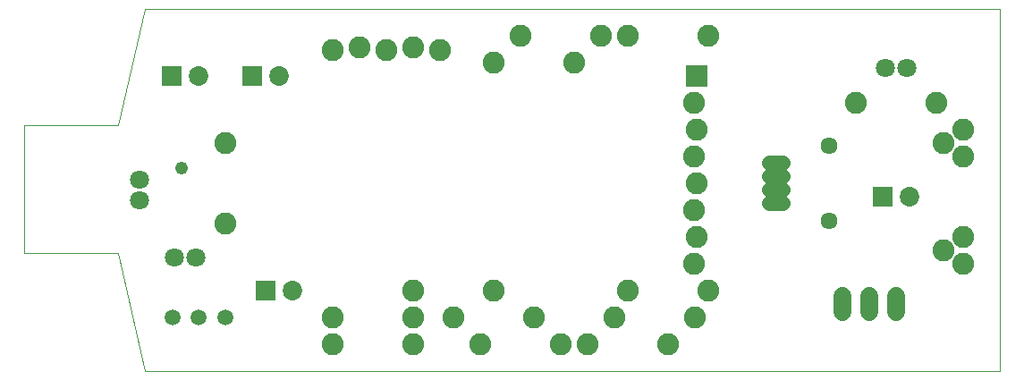
<source format=gbs>
G75*
%MOIN*%
%OFA0B0*%
%FSLAX25Y25*%
%IPPOS*%
%LPD*%
%AMOC8*
5,1,8,0,0,1.08239X$1,22.5*
%
%ADD10C,0.00000*%
%ADD11C,0.07300*%
%ADD12R,0.07300X0.07300*%
%ADD13C,0.08200*%
%ADD14C,0.05800*%
%ADD15C,0.07099*%
%ADD16C,0.05950*%
%ADD17C,0.06343*%
%ADD18C,0.06800*%
%ADD19R,0.08200X0.08200*%
%ADD20C,0.04800*%
D10*
X0077595Y0001256D02*
X0396296Y0001256D01*
X0396296Y0136256D01*
X0077595Y0136256D01*
X0067595Y0092717D01*
X0032595Y0092717D01*
X0032595Y0045256D01*
X0067595Y0045256D01*
X0077595Y0001256D01*
D11*
X0132595Y0031256D03*
X0362595Y0066256D03*
X0127595Y0111256D03*
X0097595Y0111256D03*
D12*
X0087595Y0111256D03*
X0117595Y0111256D03*
X0352595Y0066256D03*
X0122595Y0031256D03*
D13*
X0147595Y0021256D03*
X0147595Y0011256D03*
X0177595Y0011256D03*
X0202595Y0011256D03*
X0192595Y0021256D03*
X0177595Y0021256D03*
X0177595Y0031256D03*
X0207595Y0031256D03*
X0222595Y0021256D03*
X0252595Y0021256D03*
X0257595Y0031256D03*
X0287595Y0031256D03*
X0282595Y0021256D03*
X0272595Y0011256D03*
X0242595Y0011256D03*
X0232595Y0011256D03*
X0282095Y0041256D03*
X0283095Y0051256D03*
X0282095Y0061256D03*
X0283095Y0071256D03*
X0282095Y0081256D03*
X0283095Y0091256D03*
X0282095Y0101256D03*
X0237595Y0116256D03*
X0247595Y0126256D03*
X0257595Y0126256D03*
X0287595Y0126256D03*
X0217595Y0126256D03*
X0207595Y0116256D03*
X0187595Y0120756D03*
X0177595Y0121756D03*
X0167595Y0120756D03*
X0157595Y0121756D03*
X0147595Y0120756D03*
X0107595Y0086256D03*
X0107595Y0056256D03*
X0342595Y0101256D03*
X0372595Y0101256D03*
X0382595Y0091256D03*
X0375095Y0086256D03*
X0382595Y0081256D03*
X0382595Y0051256D03*
X0375095Y0046256D03*
X0382595Y0041256D03*
D14*
X0315095Y0063756D02*
X0310095Y0063756D01*
X0310095Y0068756D02*
X0315095Y0068756D01*
X0315095Y0073756D02*
X0310095Y0073756D01*
X0310095Y0078756D02*
X0315095Y0078756D01*
D15*
X0353658Y0114091D03*
X0361532Y0114091D03*
X0096532Y0043421D03*
X0088658Y0043421D03*
X0075430Y0064819D03*
X0075430Y0072693D03*
D16*
X0087753Y0021256D03*
X0097595Y0021256D03*
X0107438Y0021256D03*
D17*
X0332595Y0057256D03*
X0332595Y0085256D03*
D18*
X0337595Y0029256D02*
X0337595Y0023256D01*
X0347595Y0023256D02*
X0347595Y0029256D01*
X0357595Y0029256D02*
X0357595Y0023256D01*
D19*
X0283095Y0111256D03*
D20*
X0091095Y0076856D03*
M02*

</source>
